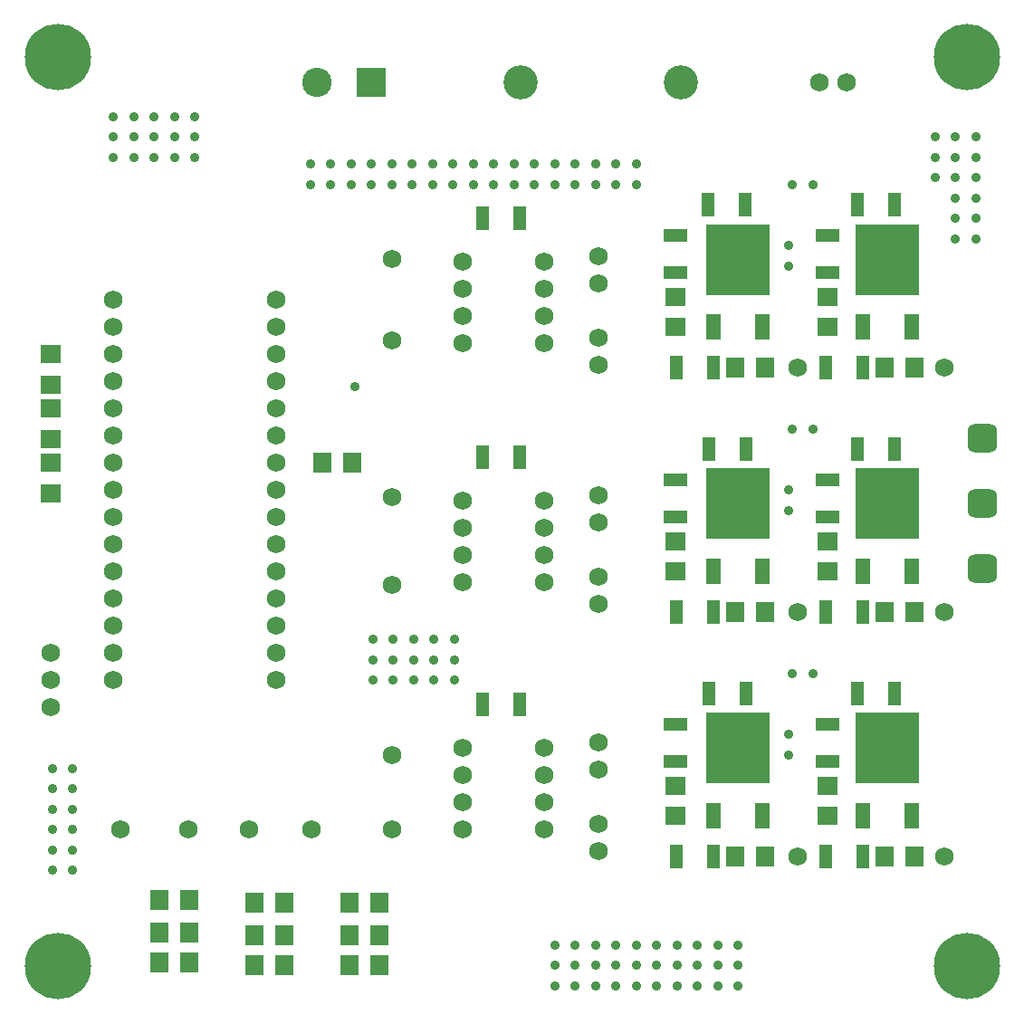
<source format=gts>
G04*
G04 #@! TF.GenerationSoftware,Altium Limited,Altium Designer,21.0.8 (223)*
G04*
G04 Layer_Color=8388736*
%FSLAX25Y25*%
%MOIN*%
G70*
G04*
G04 #@! TF.SameCoordinates,9A741BFF-CE4B-45F5-BAAB-659130A2A11A*
G04*
G04*
G04 #@! TF.FilePolarity,Negative*
G04*
G01*
G75*
%ADD20R,0.23635X0.25997*%
%ADD21R,0.05524X0.09461*%
%ADD22R,0.07493X0.06706*%
%ADD23R,0.06706X0.07493*%
%ADD24R,0.08674X0.04800*%
%ADD25R,0.04800X0.08674*%
%ADD26C,0.06800*%
G04:AMPARAMS|DCode=27|XSize=108mil|YSize=108mil|CornerRadius=29mil|HoleSize=0mil|Usage=FLASHONLY|Rotation=0.000|XOffset=0mil|YOffset=0mil|HoleType=Round|Shape=RoundedRectangle|*
%AMROUNDEDRECTD27*
21,1,0.10800,0.05000,0,0,0.0*
21,1,0.05000,0.10800,0,0,0.0*
1,1,0.05800,0.02500,-0.02500*
1,1,0.05800,-0.02500,-0.02500*
1,1,0.05800,-0.02500,0.02500*
1,1,0.05800,0.02500,0.02500*
%
%ADD27ROUNDEDRECTD27*%
%ADD28C,0.12611*%
%ADD29C,0.10800*%
%ADD30R,0.10800X0.10800*%
%ADD31C,0.03556*%
%ADD32C,0.24422*%
D20*
X270000Y190000D02*
D03*
X325000Y279803D02*
D03*
Y100000D02*
D03*
X270000D02*
D03*
X325000Y190000D02*
D03*
X270000Y279803D02*
D03*
D21*
X261000Y165197D02*
D03*
X279000D02*
D03*
X334000Y255000D02*
D03*
X316000D02*
D03*
Y75197D02*
D03*
X334000D02*
D03*
X261000D02*
D03*
X279000D02*
D03*
X334000Y165197D02*
D03*
X316000D02*
D03*
X279000Y255000D02*
D03*
X261000D02*
D03*
D22*
X17000Y245000D02*
D03*
Y233976D02*
D03*
Y205000D02*
D03*
Y193976D02*
D03*
Y225000D02*
D03*
Y213976D02*
D03*
X303000Y75000D02*
D03*
Y86024D02*
D03*
X247000Y75000D02*
D03*
Y86024D02*
D03*
X303000Y165000D02*
D03*
Y176024D02*
D03*
X247000Y165000D02*
D03*
Y176024D02*
D03*
X303000Y255000D02*
D03*
Y266024D02*
D03*
X247000Y255000D02*
D03*
Y266024D02*
D03*
D23*
X117000Y205000D02*
D03*
X128024D02*
D03*
X57000Y44000D02*
D03*
X68024D02*
D03*
Y32000D02*
D03*
X57000D02*
D03*
Y21000D02*
D03*
X68024D02*
D03*
X92000Y43000D02*
D03*
X103024D02*
D03*
Y31000D02*
D03*
X92000D02*
D03*
Y20000D02*
D03*
X103024D02*
D03*
X127000Y43000D02*
D03*
X138024D02*
D03*
Y31000D02*
D03*
X127000D02*
D03*
Y20000D02*
D03*
X138024D02*
D03*
X280000Y240000D02*
D03*
X268976D02*
D03*
X335024Y60000D02*
D03*
X324000D02*
D03*
X280000D02*
D03*
X268976D02*
D03*
X335024Y150000D02*
D03*
X324000D02*
D03*
X280000D02*
D03*
X268976D02*
D03*
X335024Y240000D02*
D03*
X324000D02*
D03*
D24*
X303000Y95000D02*
D03*
Y108710D02*
D03*
X247000Y95000D02*
D03*
Y108710D02*
D03*
Y185000D02*
D03*
Y198710D02*
D03*
X303000Y185000D02*
D03*
Y198710D02*
D03*
Y275000D02*
D03*
Y288710D02*
D03*
X247000Y275000D02*
D03*
Y288710D02*
D03*
D25*
X327710Y120000D02*
D03*
X314000D02*
D03*
X259290D02*
D03*
X273000D02*
D03*
X259290Y210000D02*
D03*
X273000D02*
D03*
X327710D02*
D03*
X314000D02*
D03*
X327710Y300000D02*
D03*
X314000D02*
D03*
X259000D02*
D03*
X272710D02*
D03*
X302290Y60000D02*
D03*
X316000D02*
D03*
X247290D02*
D03*
X261000D02*
D03*
X302290Y150000D02*
D03*
X316000D02*
D03*
X247290D02*
D03*
X261000D02*
D03*
X302290Y240000D02*
D03*
X316000D02*
D03*
X247290D02*
D03*
X261000D02*
D03*
X189710Y116000D02*
D03*
X176000D02*
D03*
X189710Y295000D02*
D03*
X176000D02*
D03*
X189710Y207000D02*
D03*
X176000D02*
D03*
D26*
X113000Y70000D02*
D03*
X90000D02*
D03*
X67500D02*
D03*
X42500D02*
D03*
X142500D02*
D03*
Y97500D02*
D03*
Y160000D02*
D03*
Y192500D02*
D03*
Y250000D02*
D03*
Y280000D02*
D03*
X292000Y240000D02*
D03*
X346000D02*
D03*
Y150000D02*
D03*
Y60000D02*
D03*
X292000Y150000D02*
D03*
Y60000D02*
D03*
X218500Y72000D02*
D03*
Y62000D02*
D03*
Y102000D02*
D03*
Y92000D02*
D03*
X168500Y70000D02*
D03*
Y80000D02*
D03*
Y90000D02*
D03*
Y100000D02*
D03*
X198500Y70000D02*
D03*
Y80000D02*
D03*
Y90000D02*
D03*
Y100000D02*
D03*
X168500Y161000D02*
D03*
Y171000D02*
D03*
Y181000D02*
D03*
Y191000D02*
D03*
X198500Y161000D02*
D03*
Y171000D02*
D03*
Y181000D02*
D03*
Y191000D02*
D03*
X218500Y193000D02*
D03*
Y183000D02*
D03*
Y163000D02*
D03*
Y153000D02*
D03*
X168500Y249000D02*
D03*
Y259000D02*
D03*
Y269000D02*
D03*
Y279000D02*
D03*
X198500Y249000D02*
D03*
Y259000D02*
D03*
Y269000D02*
D03*
Y279000D02*
D03*
X218500Y281000D02*
D03*
Y271000D02*
D03*
Y251000D02*
D03*
Y241000D02*
D03*
X100000Y265000D02*
D03*
Y255000D02*
D03*
Y245000D02*
D03*
Y235000D02*
D03*
Y225000D02*
D03*
Y215000D02*
D03*
Y205000D02*
D03*
Y195000D02*
D03*
Y185000D02*
D03*
Y175000D02*
D03*
Y165000D02*
D03*
Y155000D02*
D03*
Y145000D02*
D03*
Y135000D02*
D03*
Y125000D02*
D03*
X40000Y265000D02*
D03*
Y255000D02*
D03*
Y245000D02*
D03*
Y235000D02*
D03*
Y225000D02*
D03*
Y215000D02*
D03*
Y205000D02*
D03*
Y195000D02*
D03*
Y185000D02*
D03*
Y175000D02*
D03*
Y165000D02*
D03*
Y155000D02*
D03*
Y145000D02*
D03*
Y135000D02*
D03*
Y125000D02*
D03*
X300000Y345000D02*
D03*
X310000D02*
D03*
X17000Y135000D02*
D03*
Y125000D02*
D03*
Y115000D02*
D03*
D27*
X360000Y166000D02*
D03*
Y190000D02*
D03*
Y214000D02*
D03*
D28*
X190000Y345000D02*
D03*
X249055D02*
D03*
D29*
X115000D02*
D03*
D30*
X135000D02*
D03*
D31*
X277500Y185000D02*
D03*
Y190000D02*
D03*
Y195000D02*
D03*
X270000Y200000D02*
D03*
Y195000D02*
D03*
Y185000D02*
D03*
X270000Y180000D02*
D03*
X262500Y185000D02*
D03*
Y190000D02*
D03*
Y195000D02*
D03*
Y180000D02*
D03*
Y200000D02*
D03*
X270000Y190000D02*
D03*
X325000Y280000D02*
D03*
Y190000D02*
D03*
Y100000D02*
D03*
X269000D02*
D03*
X270000Y280000D02*
D03*
X317500Y290000D02*
D03*
Y285000D02*
D03*
Y280000D02*
D03*
Y275000D02*
D03*
Y270000D02*
D03*
X332500D02*
D03*
Y275000D02*
D03*
Y280000D02*
D03*
Y285000D02*
D03*
Y290000D02*
D03*
X325000D02*
D03*
Y285000D02*
D03*
Y275000D02*
D03*
Y270000D02*
D03*
X262500Y290000D02*
D03*
Y285000D02*
D03*
Y280000D02*
D03*
Y275000D02*
D03*
Y270000D02*
D03*
X277500D02*
D03*
Y275000D02*
D03*
Y280000D02*
D03*
Y285000D02*
D03*
Y290000D02*
D03*
X270000D02*
D03*
Y285000D02*
D03*
Y275000D02*
D03*
Y270000D02*
D03*
X277500Y180000D02*
D03*
Y200000D02*
D03*
X317500D02*
D03*
Y195000D02*
D03*
Y190000D02*
D03*
Y185000D02*
D03*
Y180000D02*
D03*
X332500D02*
D03*
Y185000D02*
D03*
Y190000D02*
D03*
Y195000D02*
D03*
Y200000D02*
D03*
X325000D02*
D03*
Y195000D02*
D03*
Y185000D02*
D03*
Y180000D02*
D03*
X276500Y90000D02*
D03*
X269000Y95000D02*
D03*
X276500Y100000D02*
D03*
Y95000D02*
D03*
X261500Y105000D02*
D03*
X269000Y110000D02*
D03*
Y105000D02*
D03*
X288618Y97475D02*
D03*
X276500Y110000D02*
D03*
X269000Y90000D02*
D03*
X261500Y100000D02*
D03*
Y110000D02*
D03*
X276500Y105000D02*
D03*
X261500Y90000D02*
D03*
Y95000D02*
D03*
X288500Y105000D02*
D03*
X317500Y110000D02*
D03*
Y105000D02*
D03*
Y100000D02*
D03*
Y95000D02*
D03*
Y90000D02*
D03*
X332500D02*
D03*
Y95000D02*
D03*
Y100000D02*
D03*
Y105000D02*
D03*
Y110000D02*
D03*
X325000D02*
D03*
Y105000D02*
D03*
Y95000D02*
D03*
Y90000D02*
D03*
X142500Y315000D02*
D03*
X120000D02*
D03*
X135000D02*
D03*
X127500D02*
D03*
X150000D02*
D03*
X112500D02*
D03*
X255000Y20000D02*
D03*
X262500D02*
D03*
X270000D02*
D03*
X255000Y27500D02*
D03*
X262500D02*
D03*
X270000D02*
D03*
X240000D02*
D03*
Y20000D02*
D03*
Y12500D02*
D03*
X247500Y27500D02*
D03*
Y20000D02*
D03*
Y12500D02*
D03*
X270000D02*
D03*
X262500D02*
D03*
X255000D02*
D03*
X29500Y20000D02*
D03*
X27000Y26000D02*
D03*
X11500Y13500D02*
D03*
X27000Y13000D02*
D03*
X19500Y29500D02*
D03*
Y9500D02*
D03*
X9500Y20000D02*
D03*
X12500Y26500D02*
D03*
X364500Y20000D02*
D03*
X362000Y26000D02*
D03*
X346500Y13500D02*
D03*
X362000Y13000D02*
D03*
X354500Y29500D02*
D03*
Y9500D02*
D03*
X344500Y20000D02*
D03*
X347500Y26500D02*
D03*
X364500Y354500D02*
D03*
X362000Y360500D02*
D03*
X346500Y348000D02*
D03*
X362000Y347500D02*
D03*
X354500Y364000D02*
D03*
Y344000D02*
D03*
X344500Y354500D02*
D03*
X347500Y361000D02*
D03*
X12500Y361500D02*
D03*
X9500Y355000D02*
D03*
X19500Y344500D02*
D03*
Y364500D02*
D03*
X27000Y348000D02*
D03*
X11500Y348500D02*
D03*
X27000Y361000D02*
D03*
X29500Y355000D02*
D03*
X187500Y315000D02*
D03*
X165000D02*
D03*
X157500D02*
D03*
X180000D02*
D03*
X172500D02*
D03*
X210000D02*
D03*
X202500D02*
D03*
X195000D02*
D03*
X232500D02*
D03*
X225000D02*
D03*
X217500D02*
D03*
X232500Y307500D02*
D03*
X165000D02*
D03*
X157500D02*
D03*
X150000D02*
D03*
X187500D02*
D03*
X180000D02*
D03*
X172500D02*
D03*
X210000D02*
D03*
X202500D02*
D03*
X195000D02*
D03*
X225000D02*
D03*
X217500D02*
D03*
X120000D02*
D03*
X142500D02*
D03*
X135000D02*
D03*
X127500D02*
D03*
X40000Y317500D02*
D03*
X112500Y307500D02*
D03*
X47500Y317500D02*
D03*
X55000D02*
D03*
X70000D02*
D03*
X62500D02*
D03*
X40000Y325000D02*
D03*
Y332500D02*
D03*
X47500D02*
D03*
Y325000D02*
D03*
X55000D02*
D03*
X62500D02*
D03*
X70000D02*
D03*
X55000Y332500D02*
D03*
X62500D02*
D03*
X70000D02*
D03*
X357500Y287500D02*
D03*
X350000D02*
D03*
Y295000D02*
D03*
X357500D02*
D03*
X350000Y302500D02*
D03*
X357500D02*
D03*
X342500Y325000D02*
D03*
X357500Y317500D02*
D03*
X342500D02*
D03*
X350000D02*
D03*
Y325000D02*
D03*
X342500Y310000D02*
D03*
X350000D02*
D03*
X357500D02*
D03*
Y325000D02*
D03*
X117000Y205000D02*
D03*
X92000Y43000D02*
D03*
X127000D02*
D03*
X129000Y233000D02*
D03*
X25000Y55000D02*
D03*
Y62500D02*
D03*
Y70000D02*
D03*
X17500Y55000D02*
D03*
Y62500D02*
D03*
Y70000D02*
D03*
X217500Y12500D02*
D03*
X225000D02*
D03*
X232500D02*
D03*
X150500Y125000D02*
D03*
X158000D02*
D03*
X165500D02*
D03*
X297500Y307500D02*
D03*
X290000D02*
D03*
X288500Y277500D02*
D03*
Y285000D02*
D03*
Y187500D02*
D03*
Y195000D02*
D03*
X290000Y217500D02*
D03*
X297500D02*
D03*
Y127500D02*
D03*
X290000D02*
D03*
X210000Y12500D02*
D03*
Y20000D02*
D03*
Y27500D02*
D03*
X202500Y12500D02*
D03*
Y20000D02*
D03*
Y27500D02*
D03*
X232500D02*
D03*
X225000D02*
D03*
X217500D02*
D03*
X232500Y20000D02*
D03*
X225000D02*
D03*
X217500D02*
D03*
X150500Y132500D02*
D03*
X158000D02*
D03*
X165500D02*
D03*
X150500Y140000D02*
D03*
X158000D02*
D03*
X165500D02*
D03*
X135500D02*
D03*
Y132500D02*
D03*
Y125000D02*
D03*
X143000Y140000D02*
D03*
Y132500D02*
D03*
Y125000D02*
D03*
X25000Y77500D02*
D03*
Y85000D02*
D03*
Y92500D02*
D03*
X17500Y77500D02*
D03*
Y85000D02*
D03*
Y92500D02*
D03*
X324000Y60000D02*
D03*
X269000D02*
D03*
Y150000D02*
D03*
X324000D02*
D03*
Y240000D02*
D03*
X269000D02*
D03*
X279000Y75000D02*
D03*
Y165000D02*
D03*
Y255000D02*
D03*
D32*
X19500Y354500D02*
D03*
X354331Y354331D02*
D03*
Y19685D02*
D03*
X19685D02*
D03*
M02*

</source>
